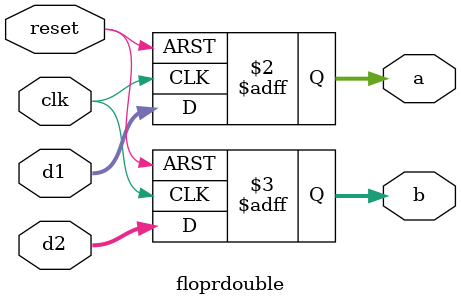
<source format=sv>
`timescale 1ns / 1ps


module floprdouble #(parameter WIDTH = 8)(
    input  logic clk, reset,
    input  logic [WIDTH-1 : 0] d1, d2,
    output logic [WIDTH-1 : 0] a, b
);
    always_ff @(posedge clk or posedge reset) begin
        if (reset) begin
            a <= 0;
            b <= 0; 
        end
        else begin
            a <= d1;
            b <= d2;
        end 
    end
endmodule

</source>
